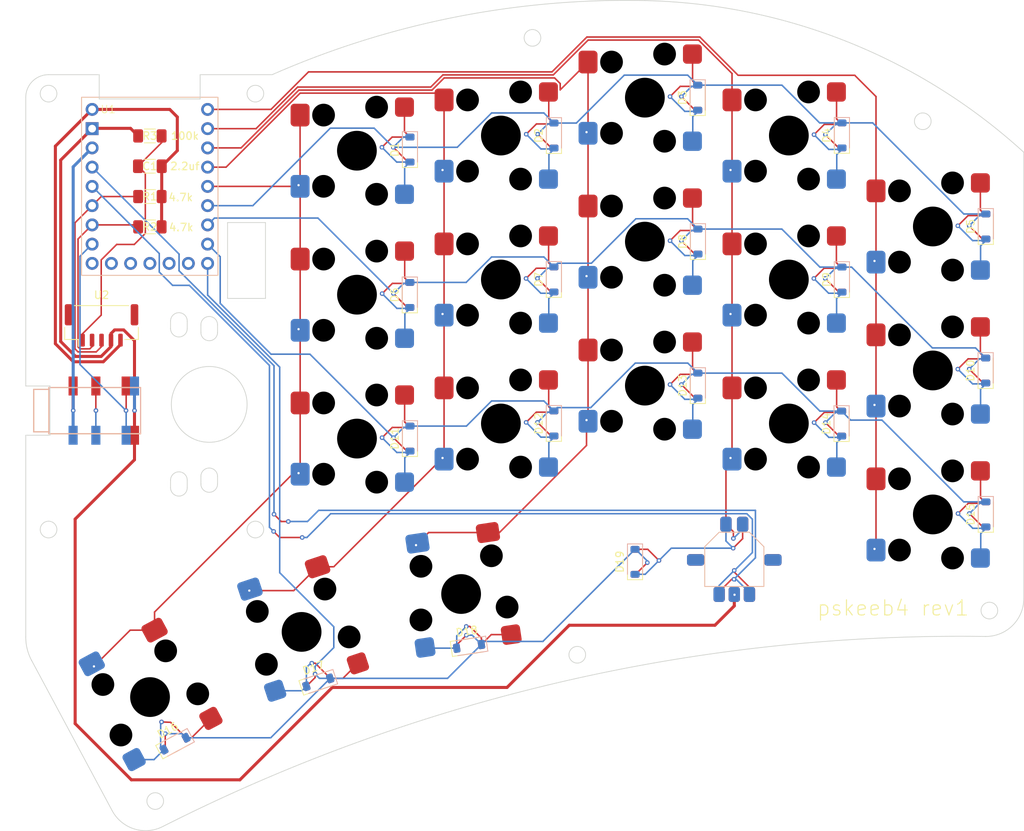
<source format=kicad_pcb>
(kicad_pcb (version 20240108) (generator "pcbnew") (generator_version "8.0")
  (layers (0 "F.Cu" signal) (31 "B.Cu" signal) (34 "B.Paste" user) (35 "F.Paste" user) (36 "B.SilkS" user "B.Silkscreen") (37 "F.SilkS" user "F.Silkscreen") (38 "B.Mask" user) (39 "F.Mask" user) (44 "Edge.Cuts" user))
  (net 0 "")
  (net 1 "Net-(U2-RST)")
  (net 2 "+5V")
  (net 3 "row1")
  (net 4 "Net-(D1-A)")
  (net 5 "Net-(D2-A)")
  (net 6 "Net-(D3-A)")
  (net 7 "Net-(D4-A)")
  (net 8 "Net-(D5-A)")
  (net 9 "row2")
  (net 10 "Net-(D6-A)")
  (net 11 "Net-(D7-A)")
  (net 12 "Net-(D8-A)")
  (net 13 "Net-(D9-A)")
  (net 14 "Net-(D10-A)")
  (net 15 "row3")
  (net 16 "Net-(D11-A)")
  (net 17 "Net-(D12-A)")
  (net 18 "Net-(D13-A)")
  (net 19 "Net-(D14-A)")
  (net 20 "Net-(D15-A)")
  (net 21 "row4")
  (net 22 "Net-(D16-A)")
  (net 23 "Net-(D17-A)")
  (net 24 "Net-(D18-A)")
  (net 25 "Net-(D19-A)")
  (net 26 "col1")
  (net 27 "col2")
  (net 28 "col3")
  (net 29 "col4")
  (net 30 "col5")
  (net 31 "PS2_DAT")
  (net 32 "PS2_CLK")
  (net 33 "GND")
  (net 34 "+3V3")
  (net 39 "ENA")
  (net 42 "TX")
  (net 43 "ENB")
  (net 44 "unconnected-(U3-RING2-Pad2)_1")
  (footprint "kwkb-footprint:Gateron KS-27 Hotswap Reversible" (layer "F.Cu") (at 176.7 63.95)
    (property "Reference" "K8" (hide yes))
    (property "Value" "KEYSW" (hide yes))
  )
  (footprint "kwkb-footprint:TRRS-PJ-320D Reversible" (layer "F.Cu") (at 98.05 86.25 90)
    (property "Reference" "U3")
    (property "Value" "TRRS")
  )
  (footprint "kwkb-footprint:D_SOD-123 Reversible" (layer "F.Cu") (at 183.69 82.95 90)
    (property "Reference" "D13")
    (property "Value" "1N4148W")
  )
  (footprint "kwkb-footprint:Gateron KS-27 Hotswap Reversible" (layer "F.Cu") (at 152.45 110.45 -81.498)
    (property "Reference" "K18" (hide yes))
    (property "Value" "KEYSW" (hide yes))
  )
  (footprint "kwkb-footprint:Gateron KS-27 Hotswap Reversible" (layer "F.Cu") (at 138.7 51.95)
    (property "Reference" "K1" (hide yes))
    (property "Value" "KEYSW" (hide yes))
  )
  (footprint "kwkb-footprint:Gateron KS-27 Hotswap Reversible" (layer "F.Cu") (at 195.7 49.95)
    (property "Reference" "K4" (hide yes))
    (property "Value" "KEYSW" (hide yes))
  )
  (footprint "kwkb-footprint:Gateron KS-27 Hotswap Reversible" (layer "F.Cu") (at 111.4 124.05 -61.8)
    (property "Reference" "K16" (hide yes))
    (property "Value" "KEYSW" (hide yes))
  )
  (footprint "kwkb-footprint:D_SOD-123 Reversible" (layer "F.Cu") (at 183.7 63.94 90)
    (property "Reference" "D8")
    (property "Value" "1N4148W")
  )
  (footprint "kwkb-footprint:Gateron KS-27 Hotswap Reversible" (layer "F.Cu") (at 131.4 115.45 -71.696)
    (property "Reference" "K17" (hide yes))
    (property "Value" "KEYSW" (hide yes))
  )
  (footprint "kwkb-footprint:D_SOD-123 Reversible" (layer "F.Cu") (at 145.68 70.98 90)
    (property "Reference" "D6")
    (property "Value" "1N4148W")
  )
  (footprint "kwkb-footprint:Gateron KS-27 Hotswap Reversible" (layer "F.Cu") (at 195.7 68.95)
    (property "Reference" "K9" (hide yes))
    (property "Value" "KEYSW" (hide yes))
  )
  (footprint "Resistor_SMD:R_1206_3216Metric_Pad1.30x1.75mm_HandSolder" (layer "F.Cu") (at 111.38 50 180)
    (property "Reference" "R3")
    (property "Value" "100k")
  )
  (footprint "kwkb-footprint:Gateron KS-27 Hotswap Reversible" (layer "F.Cu") (at 214.7 80.95)
    (property "Reference" "K10" (hide yes))
    (property "Value" "KEYSW" (hide yes))
  )
  (footprint "kwkb-footprint:D_SOD-123 Reversible" (layer "F.Cu") (at 221.67 80.96 90)
    (property "Reference" "D10")
    (property "Value" "1N4148W")
  )
  (footprint "kwkb-footprint:D_SOD-123 Reversible" (layer "F.Cu") (at 164.7 49.95 90)
    (property "Reference" "D2")
    (property "Value" "1N4148W")
  )
  (footprint "kwkb-footprint:D_SOD-123 Reversible" (layer "F.Cu") (at 202.7 68.96 90)
    (property "Reference" "D9")
    (property "Value" "1N4148W")
  )
  (footprint "kwkb-footprint:Gateron KS-27 Hotswap Reversible" (layer "F.Cu") (at 176.7 44.95)
    (property "Reference" "K3" (hide yes))
    (property "Value" "KEYSW" (hide yes))
  )
  (footprint "kwkb-footprint:Gateron KS-27 Hotswap Reversible" (layer "F.Cu") (at 214.7 99.95)
    (property "Reference" "K15" (hide yes))
    (property "Value" "KEYSW" (hide yes))
  )
  (footprint "kwkb-footprint:D_SOD-123 Reversible" (layer "F.Cu") (at 202.7 49.93 90)
    (property "Reference" "D4")
    (property "Value" "1N4148W")
  )
  (footprint "kwkb-footprint:Gateron KS-27 Hotswap Reversible" (layer "F.Cu") (at 138.71 70.95)
    (property "Reference" "K6" (hide yes))
    (property "Value" "KEYSW" (hide yes))
  )
  (footprint "kwkb-footprint:Gateron KS-27 Hotswap Reversible" (layer "F.Cu") (at 157.7 68.95)
    (property "Reference" "K7" (hide yes))
    (property "Value" "KEYSW" (hide yes))
  )
  (footprint "kwkb-footprint:D_SOD-123 Reversible" (layer "F.Cu") (at 221.69 61.95 90)
    (property "Reference" "D5")
    (property "Value" "1N4148W")
  )
  (footprint "kwkb-footprint:E8H8 Rotary Encoder Reversible" (layer "F.Cu") (at 188.5 105.95)
    (property "Reference" "SW1" (hide yes))
    (property "Value" "RotaryEncoder_Switch")
  )
  (footprint "kwkb-footprint:D_SOD-123 Reversible" (layer "F.Cu") (at 175.4 106.2 90)
    (property "Reference" "D19")
    (property "Value" "1N4148W")
  )
  (footprint "Resistor_SMD:R_1206_3216Metric_Pad1.30x1.75mm_HandSolder" (layer "F.Cu") (at 111.38 58 180)
    (property "Reference" "R1")
    (property "Value" "4.7k")
  )
  (footprint "kwkb-footprint:Gateron KS-27 Hotswap Reversible" (layer "F.Cu") (at 176.7 82.95)
    (property "Reference" "K13" (hide yes))
    (property "Value" "KEYSW" (hide yes))
  )
  (footprint "kwkb-footprint:Gateron KS-27 Hotswap Reversible" (layer "F.Cu") (at 157.7 49.95)
    (property "Reference" "K2" (hide yes))
    (property "Value" "KEYSW" (hide yes))
  )
  (footprint "kwkb-footprint:D_SOD-123 Reversible" (layer "F.Cu") (at 145.7 89.94 90)
    (property "Reference" "D11")
    (property "Value" "1N4148W")
  )
  (footprint "kwkb-footprint:D_SOD-123 Reversible" (layer "F.Cu") (at 164.69 87.94 90)
    (property "Reference" "D12")
    (property "Value" "1N4148W")
  )
  (footprint "kwkb-footprint:D_SOD-123 Reversible" (layer "F.Cu") (at 221.69 99.94 90)
    (property "Reference" "D15")
    (property "Value" "1N4148W")
  )
  (footprint "kwkb-footprint:D_SOD-123 Reversible" (layer "F.Cu") (at 183.67 44.95 90)
    (property "Reference" "D3")
    (property "Value" "1N4148W")
  )
  (footprint "kwkb-footprint:Gateron KS-27 Hotswap Reversible" (layer "F.Cu") (at 157.7 87.95)
    (property "Reference" "K12" (hide yes))
    (property "Value" "KEYSW" (hide yes))
  )
  (footprint "kwkb-footprint:Gateron KS-27 Hotswap Reversible" (layer "F.Cu") (at 138.71 89.94)
    (property "Reference" "K11" (hide yes))
    (property "Value" "KEYSW" (hide yes))
  )
  (footprint "Connector_JST:JST_GH_BM05B-GHS-TBT_1x05-1MP_P1.25mm_Vertical" (layer "F.Cu") (at 105 75)
    (property "Reference" "U2")
    (property "Value" "ps2")
  )
  (footprint "kwkb-footprint:D_SOD-123 Reversible" (layer "F.Cu") (at 164.69 68.94 90)
    (property "Reference" "D7")
    (property "Value" "1N4148W")
  )
  (footprint "kwkb-footprint:D_SOD-123 Reversible" (layer "F.Cu") (at 133.6 122.1 18.304)
    (property "Reference" "D17")
    (property "Value" "1N4148W")
  )
  (footprint "kwkb-footprint:Gateron KS-27 Hotswap Reversible" (layer "F.Cu") (at 214.7 61.95)
    (property "Reference" "K5" (hide yes))
    (property "Value" "KEYSW" (hide yes))
  )
  (footprint "kwkb-footprint:D_SOD-123 Reversible" (layer "F.Cu") (at 145.7 51.8 90)
    (property "Reference" "D1")
    (property "Value" "1N4148W")
  )
  (footprint "Capacitor_SMD:C_1206_3216Metric_Pad1.33x1.80mm_HandSolder" (layer "F.Cu") (at 111.38 54 180)
    (property "Reference" "C1")
    (property "Value" "2.2uf")
  )
  (footprint "Resistor_SMD:R_1206_3216Metric_Pad1.30x1.75mm_HandSolder" (layer "F.Cu") (at 111.38 62 180)
    (property "Reference" "R2")
    (property "Value" "4.7k")
  )
  (footprint "kwkb-footprint:D_SOD-123 Reversible" (layer "F.Cu") (at 114.7 130.2 28.2)
    (property "Reference" "D16")
    (property "Value" "1N4148W")
  )
  (footprint "kwkb-footprint:D_SOD-123 Reversible" (layer "F.Cu") (at 202.66 87.96 90)
    (property "Reference" "D14")
    (property "Value" "1N4148W")
  )
  (footprint "kwkb-footprint:RP2024-Zero" (layer "F.Cu") (at 111.38 44.91)
    (property "Reference" "U1")
    (property "Value" "~")
  )
  (footprint "kwkb-footprint:Gateron KS-27 Hotswap Reversible" (layer "F.Cu") (at 195.7 87.95)
    (property "Reference" "K14" (hide yes))
    (property "Value" "KEYSW" (hide yes))
  )
  (footprint "kwkb-footprint:D_SOD-123 Reversible" (layer "F.Cu") (at 153.5 117.35 8.503)
    (property "Reference" "D18")
    (property "Value" "1N4148W")
  )
  (gr_line (start 104.695005 45.118845) (end 104.695005 41.918845) (stroke (width 0.1)) (layer "Edge.Cuts"))
  (gr_line (start 127.511112 41.918845) (end 118.015005 41.918845) (stroke (width 0.1)) (layer "Edge.Cuts"))
  (gr_arc (start 116.31001 96.4265) (mid 115.210013 97.526497) (end 114.11001 96.426501) (stroke (width 0.1)) (layer "Edge.Cuts"))
  (gr_line (start 118.110016 75.9265) (end 118.11001 75.9265) (stroke (width 0.1)) (layer "Edge.Cuts"))
  (gr_arc (start 116.31001 75.4265) (mid 115.210013 76.526501) (end 114.110016 75.4265) (stroke (width 0.1)) (layer "Edge.Cuts"))
  (gr_line (start 121.633556 61.437625) (end 126.633556 61.437625) (stroke (width 0.1)) (layer "Edge.Cuts"))
  (gr_line (start 114.11001 74.426501) (end 114.11001 75.4265) (stroke (width 0.1)) (layer "Edge.Cuts"))
  (gr_arc (start 176.70159 32.140113) (mid 203.518232 37.611366) (end 226.701552 52.157863) (stroke (width 0.1)) (layer "Edge.Cuts"))
  (gr_line (start 95 83) (end 95 44.91885) (stroke (width 0.1)) (layer "Edge.Cuts"))
  (gr_arc (start 127.511112 41.918845) (mid 151.571686 34.339924) (end 176.70159 32.140113) (stroke (width 0.1)) (layer "Edge.Cuts"))
  (gr_line (start 126.633556 71.437625) (end 121.633556 71.437625) (stroke (width 0.1)) (layer "Edge.Cuts"))
  (gr_line (start 120.31001 94.926501) (end 120.31001 95.9265) (stroke (width 0.1)) (layer "Edge.Cuts"))
  (gr_circle (center 98.008922 101.940866) (end 99.108922 101.940866) (stroke (width 0.1)) (fill none) (layer "Edge.Cuts"))
  (gr_line (start 114.11001 95.426501) (end 114.11001 96.426501) (stroke (width 0.1)) (layer "Edge.Cuts"))
  (gr_arc (start 120.31001 75.9265) (mid 119.210013 77.026501) (end 118.110016 75.9265) (stroke (width 0.1)) (layer "Edge.Cuts"))
  (gr_arc (start 114.11001 74.426501) (mid 115.21001 73.326501) (end 116.31001 74.426501) (stroke (width 0.1)) (layer "Edge.Cuts"))
  (gr_line (start 121.633556 71.437625) (end 121.633556 61.437625) (stroke (width 0.1)) (layer "Edge.Cuts"))
  (gr_line (start 118.11001 95.9265) (end 118.11001 94.926501) (stroke (width 0.1)) (layer "Edge.Cuts"))
  (gr_circle (center 119.21001 85.426501) (end 124.21001 85.426501) (stroke (width 0.1)) (fill none) (layer "Edge.Cuts"))
  (gr_line (start 118.11001 75.9265) (end 118.11001 74.926501) (stroke (width 0.1)) (layer "Edge.Cuts"))
  (gr_circle (center 125.302908 44.418845) (end 126.402908 44.418845) (stroke (width 0.1)) (fill none) (layer "Edge.Cuts"))
  (gr_line (start 116.31001 96.4265) (end 116.31001 95.426501) (stroke (width 0.1)) (layer "Edge.Cuts"))
  (gr_circle (center 98.008922 44.418845) (end 99.108922 44.418845) (stroke (width 0.1)) (fill none) (layer "Edge.Cuts"))
  (gr_circle (center 125.302908 101.940866) (end 126.402908 101.940866) (stroke (width 0.1)) (fill none) (layer "Edge.Cuts"))
  (gr_line (start 118.015005 41.918845) (end 118.015005 45.118845) (stroke (width 0.1)) (layer "Edge.Cuts"))
  (gr_circle (center 222.161907 112.632617) (end 223.261907 112.632617) (stroke (width 0.1)) (fill none) (layer "Edge.Cuts"))
  (gr_arc (start 113.06965 141.138228) (mid 109.309262 141.447365) (end 106.403457 139.040628) (stroke (width 0.1)) (layer "Edge.Cuts"))
  (gr_arc (start 95.771567 119.21246) (mid 95.194195 117.717773) (end 95 116.12726) (stroke (width 0.1)) (layer "Edge.Cuts"))
  (gr_circle (center 161.866951 37.058558) (end 162.966951 37.058558) (stroke (width 0.1)) (fill none) (layer "Edge.Cuts"))
  (gr_line (start 226.70151 111.050654) (end 226.701552 52.157863) (stroke (width 0.1)) (layer "Edge.Cuts"))
  (gr_arc (start 226.70151 111.050654) (mid 225.211431 114.611532) (end 221.629366 116.049996) (stroke (width 0.1)) (layer "Edge.Cuts"))
  (gr_line (start 114.110016 75.4265) (end 114.11001 75.4265) (stroke (width 0.1)) (layer "Edge.Cuts"))
  (gr_circle (center 112.086646 137.769207) (end 113.186646 137.769207) (stroke (width 0.1)) (fill none) (layer "Edge.Cuts"))
  (gr_arc (start 95 44.91885) (mid 95.878681 42.797528) (end 98.000003 41.918845) (stroke (width 0.1)) (layer "Edge.Cuts"))
  (gr_arc (start 113.06965 141.138228) (mid 165.827132 122.006616) (end 221.629366 116.049996) (stroke (width 0.1)) (layer "Edge.Cuts"))
  (gr_line (start 95 83) (end 98.2 83) (stroke (width 0.1)) (layer "Edge.Cuts"))
  (gr_circle (center 213.372315 48.066084) (end 214.472315 48.066084) (stroke (width 0.1)) (fill none) (layer "Edge.Cuts"))
  (gr_line (start 95.771567 119.21246) (end 106.403457 139.040628) (stroke (width 0.1)) (layer "Edge.Cuts"))
  (gr_line (start 116.31001 75.4265) (end 116.31001 74.426501) (stroke (width 0.1)) (layer "Edge.Cuts"))
  (gr_line (start 118.015005 45.118845) (end 104.695005 45.118845) (stroke (width 0.1)) (layer "Edge.Cuts"))
  (gr_line (start 95 116.12726) (end 95 89.5) (stroke (width 0.1)) (layer "Edge.Cuts"))
  (gr_line (start 98.2 83) (end 98.2 89.5) (stroke (width 0.1)) (layer "Edge.Cuts"))
  (gr_circle (center 167.781442 118.464963) (end 168.881442 118.464963) (stroke (width 0.1)) (fill none) (layer "Edge.Cuts"))
  (gr_line (start 120.31001 74.926501) (end 120.31001 75.9265) (stroke (width 0.1)) (layer "Edge.Cuts"))
  (gr_arc (start 114.11001 95.426501) (mid 115.21001 94.326501) (end 116.31001 95.426501) (stroke (width 0.1)) (layer "Edge.Cuts"))
  (gr_arc (start 120.31001 95.9265) (mid 119.210013 97.026501) (end 118.110016 95.9265) (stroke (width 0.1)) (layer "Edge.Cuts"))
  (gr_arc (start 118.11001 94.926501) (mid 119.21001 93.826501) (end 120.31001 94.926501) (stroke (width 0.1)) (layer "Edge.Cuts"))
  (gr_line (start 104.695005 41.918845) (end 98.000003 41.918845) (stroke (width 0.1)) (layer "Edge.Cuts"))
  (gr_arc (start 118.11001 74.926501) (mid 119.21001 73.826501) (end 120.31001 74.926501) (stroke (width 0.1)) (layer "Edge.Cuts"))
  (gr_line (start 118.110016 95.9265) (end 118.11001 95.9265) (stroke (width 0.1)) (layer "Edge.Cuts"))
  (gr_line (start 126.633556 61.437625) (end 126.633556 71.437625) (stroke (width 0.1)) (layer "Edge.Cuts"))
  (gr_line (start 98.2 89.5) (end 95 89.5) (stroke (width 0.1)) (layer "Edge.Cuts"))
  (gr_text "pskeeb4 rev1" (at 199.3 113.47 0) (layer "F.SilkS") (effects (font (size 2 2)) (justify left bottom)))
  (segment (start 107 64.32) (end 104.96 66.36) (width 0.2) (layer "F.Cu") (net 1))
  (segment (start 109.8175 54) (end 112.93 50.8875) (width 0.2) (layer "F.Cu") (net 1))
  (segment (start 110.78 62.859744) (end 109.319744 64.32) (width 0.2) (layer "F.Cu") (net 1))
  (segment (start 109.8175 54) (end 110.78 54.9625) (width 0.2) (layer "F.Cu") (net 1))
  (segment (start 109.319744 64.32) (end 107 64.32) (width 0.2) (layer "F.Cu") (net 1))
  (segment (start 102.5 76.100001) (end 102.5 76.95) (width 0.2) (layer "F.Cu") (net 1))
  (segment (start 110.78 54.9625) (end 110.78 62.859744) (width 0.2) (layer "F.Cu") (net 1))
  (segment (start 104.96 73.640001) (end 102.5 76.100001) (width 0.2) (layer "F.Cu") (net 1))
  (segment (start 104.96 66.36) (end 104.96 73.640001) (width 0.2) (layer "F.Cu") (net 1))
  (segment (start 112.93 50.8875) (end 112.93 50) (width 0.2) (layer "F.Cu") (net 1))
  (segment (start 112.9425 54) (end 112.9425 57.9875) (width 0.4) (layer "F.Cu") (net 2))
  (segment (start 112.93 58) (end 112.93 62) (width 0.4) (layer "F.Cu") (net 2))
  (segment (start 107.5 77.539949) (end 105.239949 79.8) (width 0.4) (layer "F.Cu") (net 2))
  (segment (start 101.29005 79.8) (end 98.91 77.41995) (width 0.4) (layer "F.Cu") (net 2))
  (segment (start 115 47.5) (end 115 51.9425) (width 0.4) (layer "F.Cu") (net 2))
  (segment (start 98.91 51.35) (end 103.76 46.5) (width 0.4) (layer "F.Cu") (net 2))
  (segment (start 114 46.5) (end 115 47.5) (width 0.4) (layer "F.Cu") (net 2))
  (segment (start 98.91 77.41995) (end 98.91 51.35) (width 0.4) (layer "F.Cu") (net 2))
  (segment (start 103.76 46.5) (end 114 46.5) (width 0.4) (layer "F.Cu") (net 2))
  (segment (start 105.239949 79.8) (end 101.29005 79.8) (width 0.4) (layer "F.Cu") (net 2))
  (segment (start 115 51.9425) (end 112.9425 54) (width 0.4) (layer "F.Cu") (net 2))
  (segment (start 112.9425 57.9875) (end 112.93 58) (width 0.4) (layer "F.Cu") (net 2))
  (segment (start 107.5 76.95) (end 107.5 77.539949) (width 0.4) (layer "F.Cu") (net 2))
  (segment (start 183.47 46.76) (end 183.72 46.76) (width 0.2) (layer "F.Cu") (net 3))
  (segment (start 143.5 51.5) (end 145.45 53.45) (width 0.2) (layer "F.Cu") (net 3))
  (segment (start 181.52 44.81) (end 183.47 46.76) (width 0.2) (layer "F.Cu") (net 3))
  (segment (start 221.45 63.81) (end 221.7 63.81) (width 0.2) (layer "F.Cu") (net 3))
  (segment (start 202.47 51.78) (end 202.72 51.78) (width 0.2) (layer "F.Cu") (net 3))
  (segment (start 162.54 49.77) (end 164.49 51.72) (width 0.2) (layer "F.Cu") (net 3))
  (segment (start 119.34 59.54) (end 119 59.2) (width 0.2) (layer "F.Cu") (net 3))
  (segment (start 219.5 61.86) (end 221.45 63.81) (width 0.2) (layer "F.Cu") (net 3))
  (segment (start 145.45 53.45) (end 145.7 53.45) (width 0.2) (layer "F.Cu") (net 3))
  (segment (start 164.49 51.72) (end 164.74 51.72) (width 0.2) (layer "F.Cu") (net 3))
  (segment (start 200.52 49.83) (end 202.47 51.78) (width 0.2) (layer "F.Cu") (net 3))
  (via (at 219.5 61.86) (size 0.6) (drill 0.3) (layers "F.Cu" "B.Cu") (net 3))
  (via (at 181.52 44.81) (size 0.6) (drill 0.3) (layers "F.Cu" "B.Cu") (net 3))
  (via (at 200.52 49.83) (size 0.6) (drill 0.3) (layers "F.Cu" "B.Cu") (net 3))
  (via (at 143.5 51.5) (size 0.6) (drill 0.3) (layers "F.Cu" "B.Cu") (net 3))
  (via (at 162.54 49.77) (size 0.6) (drill 0.3) (layers "F.Cu" "B.Cu") (net 3))
  (segment (start 167.661358 48.3) (end 173.986358 41.975) (width 0.2) (layer "B.Cu") (net 3))
  (segment (start 182.87 43.46) (end 181.52 44.81) (width 0.2) (layer "B.Cu") (net 3))
  (segment (start 199.763705 48.28) (end 202.7 48.28) (width 0.2) (layer "B.Cu") (net 3))
  (segment (start 143.5 51.5) (end 151.942715 51.5) (width 0.2) (layer "B.Cu") (net 3))
  (segment (start 173.986358 41.975) (end 182.345 41.975) (width 0.2) (layer "B.Cu") (net 3))
  (segment (start 220.85 60.51) (end 219.5 61.86) (width 0.2) (layer "B.Cu") (net 3))
  (segment (start 202.7 48.28) (end 206.763705 48.28) (width 0.2) (layer "B.Cu") (net 3))
  (segment (start 135.191295 48.975) (end 124.966295 59.2) (width 0.2) (layer "B.Cu") (net 3))
  (segment (start 144.85 50.15) (end 143.5 51.5) (width 0.2) (layer "B.Cu") (net 3))
  (segment (start 124.966295 59.2) (end 119 59.2) (width 0.2) (layer "B.Cu") (net 3))
  (segment (start 221.7 60.51) (end 220.85 60.51) (width 0.2) (layer "B.Cu") (net 3))
  (segment (start 156.472715 46.97) (end 163.37 46.97) (width 0.2) (layer "B.Cu") (net 3))
  (segment (start 182.345 41.975) (end 183.67 43.3) (width 0.2) (layer "B.Cu") (net 3))
  (segment (start 164.74 48.42) (end 163.89 48.42) (width 0.2) (layer "B.Cu") (net 3))
  (segment (start 201.87 48.48) (end 200.52 49.83) (width 0.2) (layer "B.Cu") (net 3))
  (segment (start 194.783705 43.3) (end 199.763705 48.28) (width 0.2) (layer "B.Cu") (net 3))
  (segment (start 163.37 46.97) (end 164.7 48.3) (width 0.2) (layer "B.Cu") (net 3))
  (segment (start 206.763705 48.28) (end 218.783705 60.3) (width 0.2) (layer "B.Cu") (net 3))
  (segment (start 218.783705 60.3) (end 221.69 60.3) (width 0.2) (layer "B.Cu") (net 3))
  (segment (start 145.7 50.15) (end 144.85 50.15) (width 0.2) (layer "B.Cu") (net 3))
  (segment (start 140.975 48.975) (end 135.191295 48.975) (width 0.2) (layer "B.Cu") (net 3))
  (segment (start 183.67 43.3) (end 194.783705 43.3) (width 0.2) (layer "B.Cu") (net 3))
  (segment (start 183.72 43.46) (end 182.87 43.46) (width 0.2) (layer "B.Cu") (net 3))
  (segment (start 151.942715 51.5) (end 156.472715 46.97) (width 0.2) (layer "B.Cu") (net 3))
  (segment (start 202.72 48.48) (end 201.87 48.48) (width 0.2) (layer "B.Cu") (net 3))
  (segment (start 143.5 51.5) (end 140.975 48.975) (width 0.2) (layer "B.Cu") (net 3))
  (segment (start 164.7 48.3) (end 167.661358 48.3) (width 0.2) (layer "B.Cu") (net 3))
  (segment (start 163.89 48.42) (end 162.54 49.77) (width 0.2) (layer "B.Cu") (net 3))
  (segment (start 145.7 50.15) (end 143.35 50.15) (width 0.2) (layer "F.Cu") (net 4))
  (segment (start 144.975 46.2) (end 144.975 49.425) (width 0.2) (layer "F.Cu") (net 4))
  (segment (start 144.975 49.425) (end 145.7 50.15) (width 0.2) (layer "F.Cu") (net 4))
  (segment (start 143.35 50.15) (end 142 51.5) (width 0.2) (layer "F.Cu") (net 4))
  (via (at 142 51.5) (size 0.6) (drill 0.3) (layers "F.Cu" "B.Cu") (net 4))
  (segment (start 142 51.5) (end 143.95 53.45) (width 0.2) (layer "B.Cu") (net 4))
  (segment (start 143.95 53.45) (end 145.7 53.45) (width 0.2) (layer "B.Cu") (net 4))
  (segment (start 144.975 57.7) (end 145 57.675) (width 0.2) (layer "B.Cu") (net 4))
  (segment (start 145 54.15) (end 145.7 53.45) (width 0.2) (layer "B.Cu") (net 4))
  (segment (start 145 57.675) (end 145 54.15) (width 0.2) (layer "B.Cu") (net 4))
  (segment (start 164.015 47.695) (end 164.74 48.42) (width 0.2) (layer "F.Cu") (net 5))
  (segment (start 164.015 44.47) (end 164.015 47.695) (width 0.2) (layer "F.Cu") (net 5))
  (segment (start 164.74 48.42) (end 162.39 48.42) (width 0.2) (layer "F.Cu") (net 5))
  (segment (start 162.39 48.42) (end 161.04 49.77) (width 0.2) (layer "F.Cu") (net 5))
  (via (at 161.04 49.77) (size 0.6) (drill 0.3) (layers "F.Cu" "B.Cu") (net 5))
  (segment (start 164.04 55.945) (end 164.04 52.42) (width 0.2) (layer "B.Cu") (net 5))
  (segment (start 164.04 52.42) (end 164.74 51.72) (width 0.2) (layer "B.Cu") (net 5))
  (segment (start 161.04 49.77) (end 162.99 51.72) (width 0.2) (layer "B.Cu") (net 5))
  (segment (start 162.99 51.72) (end 164.74 51.72) (width 0.2) (layer "B.Cu") (net 5))
  (segment (start 164.015 55.97) (end 164.04 55.945) (width 0.2) (layer "B.Cu") (net 5))
  (segment (start 183.72 43.46) (end 181.37 43.46) (width 0.2) (layer "F.Cu") (net 6))
  (segment (start 182.995 42.735) (end 183.72 43.46) (width 0.2) (layer "F.Cu") (net 6))
  (segment (start 181.37 43.46) (end 180.02 44.81) (width 0.2) (layer "F.Cu") (net 6))
  (segment (start 182.995 39.51) (end 182.995 42.735) (width 0.2) (layer "F.Cu") (net 6))
  (via (at 180.02 44.81) (size 0.6) (drill 0.3) (layers "F.Cu" "B.Cu") (net 6))
  (segment (start 183.02 50.985) (end 183.02 47.46) (width 0.2) (layer "B.Cu") (net 6))
  (segment (start 182.995 51.01) (end 183.02 50.985) (width 0.2) (layer "B.Cu") (net 6))
  (segment (start 180.02 44.81) (end 181.97 46.76) (width 0.2) (layer "B.Cu") (net 6))
  (segment (start 181.97 46.76) (end 183.72 46.76) (width 0.2) (layer "B.Cu") (net 6))
  (segment (start 183.02 47.46) (end 183.72 46.76) (width 0.2) (layer "B.Cu") (net 6))
  (segment (start 202.72 48.48) (end 200.37 48.48) (width 0.2) (layer "F.Cu") (net 7))
  (segment (start 201.995 47.755) (end 202.72 48.48) (width 0.2) (layer "F.Cu") (net 7))
  (segment (start 201.995 44.53) (end 201.995 47.755) (width 0.2) (layer "F.Cu") (net 7))
  (segment (start 200.37 48.48) (end 199.02 49.83) (width 0.2) (layer "F.Cu") (net 7))
  (via (at 199.02 49.83) (size 0.6) (drill 0.3) (layers "F.Cu" "B.Cu") (net 7))
  (segment (start 201.995 56.03) (end 202.02 56.005) (width 0.2) (layer "B.Cu") (net 7))
  (segment (start 202.02 56.005) (end 202.02 52.48) (width 0.2) (layer "B.Cu") (net 7))
  (segment (start 202.02 52.48) (end 202.72 51.78) (width 0.2) (layer "B.Cu") (net 7))
  (segment (start 199.02 49.83) (end 200.97 51.78) (width 0.2) (layer "B.Cu") (net 7))
  (segment (start 200.97 51.78) (end 202.72 51.78) (width 0.2) (layer "B.Cu") (net 7))
  (segment (start 221.7 60.51) (end 219.35 60.51) (width 0.2) (layer "F.Cu") (net 8))
  (segment (start 220.975 59.785) (end 221.7 60.51) (width 0.2) (layer "F.Cu") (net 8))
  (segment (start 220.975 56.56) (end 220.975 59.785) (width 0.2) (layer "F.Cu") (net 8))
  (segment (start 219.35 60.51) (end 218 61.86) (width 0.2) (layer "F.Cu") (net 8))
  (via (at 218 61.86) (size 0.6) (drill 0.3) (layers "F.Cu" "B.Cu") (net 8))
  (segment (start 219.95 63.81) (end 221.7 63.81) (width 0.2) (layer "B.Cu") (net 8))
  (segment (start 218 61.86) (end 219.95 63.81) (width 0.2) (layer "B.Cu") (net 8))
  (segment (start 221 68.035) (end 221 64.51) (width 0.2) (layer "B.Cu") (net 8))
  (segment (start 220.975 68.06) (end 221 68.035) (width 0.2) (layer "B.Cu") (net 8))
  (segment (start 221 64.51) (end 221.7 63.81) (width 0.2) (layer "B.Cu") (net 8))
  (segment (start 219.5 80.77) (end 221.45 82.72) (width 0.2) (layer "F.Cu") (net 9))
  (segment (start 164.47 70.76) (end 164.72 70.76) (width 0.2) (layer "F.Cu") (net 9))
  (segment (start 183.47 65.78) (end 183.72 65.78) (width 0.2) (layer "F.Cu") (net 9))
  (segment (start 162.52 68.81) (end 164.47 70.76) (width 0.2) (layer "F.Cu") (net 9))
  (segment (start 143.53 70.81) (end 145.48 72.76) (width 0.2) (layer "F.Cu") (net 9))
  (segment (start 181.52 63.83) (end 183.47 65.78) (width 0.2) (layer "F.Cu") (net 9))
  (segment (start 200.5 68.81) (end 202.45 70.76) (width 0.2) (layer "F.Cu") (net 9))
  (segment (start 145.48 72.76) (end 145.73 72.76) (width 0.2) (layer "F.Cu") (net 9))
  (segment (start 221.45 82.72) (end 221.7 82.72) (width 0.2) (layer "F.Cu") (net 9))
  (segment (start 202.45 70.76) (end 202.7 70.76) (width 0.2) (layer "F.Cu") (net 9))
  (via (at 200.5 68.81) (size 0.6) (drill 0.3) (layers "F.Cu" "B.Cu") (net 9))
  (via (at 219.5 80.77) (size 0.6) (drill 0.3) (layers "F.Cu" "B.Cu") (net 9))
  (via (at 143.53 70.81) (size 0.6) (drill 0.3) (layers "F.Cu" "B.Cu") (net 9))
  (via (at 181.52 63.83) (size 0.6) (drill 0.3) (layers "F.Cu" "B.Cu") (net 9))
  (via (at 162.52 68.81) (size 0.6) (drill 0.3) (layers "F.Cu" "B.Cu") (net 9))
  (segment (start 221.7 79.42) (end 220.85 79.42) (width 0.2) (layer "B.Cu") (net 9))
  (segment (start 199.793705 67.31) (end 202.7 67.31) (width 0.2) (layer "B.Cu") (net 9))
  (segment (start 203.976295 67.31) (end 214.641295 77.975) (width 0.2) (layer "B.Cu") (net 9))
  (segment (start 145.73 69.46) (end 144.88 69.46) (width 0.2) (layer "B.Cu") (net 9))
  (segment (start 175.512715 60.93) (end 182.34 60.93) (width 0.2) (layer "B.Cu") (net 9))
  (segment (start 214.641295 77.975) (end 220.335 77.975) (width 0.2) (layer "B.Cu") (net 9))
  (segment (start 182.34 60.93) (end 183.7 62.29) (width 0.2) (layer "B.Cu") (net 9))
  (segment (start 145.68 69.33) (end 153.112715 69.33) (width 0.2) (layer "B.Cu") (net 9))
  (segment (start 153.112715 69.33) (end 156.467715 65.975) (width 0.2) (layer "B.Cu") (net 9))
  (segment (start 163.87 67.46) (end 162.52 68.81) (width 0.2) (layer "B.Cu") (net 9))
  (segment (start 183.7 62.29) (end 194.773705 62.29) (width 0.2) (layer "B.Cu") (net 9))
  (segment (start 169.642715 66.8) (end 175.512715 60.93) (width 0.2) (layer "B.Cu") (net 9))
  (segment (start 183.72 62.48) (end 182.87 62.48) (width 0.2) (layer "B.Cu") (net 9))
  (segment (start 144.88 69.46) (end 143.53 70.81) (width 0.2) (layer "B.Cu") (net 9))
  (segment (start 220.335 77.975) (end 221.67 79.31) (width 0.2) (layer "B.Cu") (net 9))
  (segment (start 201.85 67.46) (end 200.5 68.81) (width 0.2) (layer "B.Cu") (net 9))
  (segment (start 182.87 62.48) (end 181.52 63.83) (width 0.2) (layer "B.Cu") (net 9))
  (segment (start 143.53 70.81) (end 133.557625 60.837625) (width 0.2) (layer "B.Cu") (net 9))
  (segment (start 194.773705 62.29) (end 199.793705 67.31) (width 0.2) (layer "B.Cu") (net 9))
  (segment (start 164.69 67.29) (end 165.18 66.8) (width 0.2) (layer "B.Cu") (net 9))
  (segment (start 119.902375 60.837625) (end 119 61.74) (width 0.2) (layer "B.Cu") (net 9))
  (segment (start 156.467715 65.975) (end 163.375 65.975) (width 0.2) (layer "B.Cu") (net 9))
  (segment (start 202.7 67.46) (end 201.85 67.46) (width 0.2) (layer "B.Cu") (net 9))
  (segment (start 133.557625 60.837625) (end 119.902375 60.837625) (width 0.2) (layer "B.Cu") (net 9))
  (segment (start 202.7 67.31) (end 203.976295 67.31) (width 0.2) (layer "B.Cu") (net 9))
  (segment (start 164.72 67.46) (end 163.87 67.46) (width 0.2) (layer "B.Cu") (net 9))
  (segment (start 220.85 79.42) (end 219.5 80.77) (width 0.2) (layer "B.Cu") (net 9))
  (segment (start 165.18 66.8) (end 169.642715 66.8) (width 0.2) (layer "B.Cu") (net 9))
  (segment (start 163.375 65.975) (end 164.69 67.29) (width 0.2) (layer "B.Cu") (net 9))
  (segment (start 145.005 65.51) (end 145.005 68.735) (width 0.2) (layer "F.Cu") (net 10))
  (segment (start 143.38 69.46) (end 142.03 70.81) (width 0.2) (layer "F.Cu") (net 10))
  (segment (start 145.005 68.735) (end 145.73 69.46) (width 0.2) (layer "F.Cu") (net 10))
  (segment (start 145.73 69.46) (end 143.38 69.46) (width 0.2) (layer "F.Cu") (net 10))
  (via (at 142.03 70.81) (size 0.6) (drill 0.3) (layers "F.Cu" "B.Cu") (net 10))
  (segment (start 142.03 70.81) (end 143.98 72.76) (width 0.2) (layer "B.Cu") (net 10))
  (segment (start 145.005 77.01) (end 145.03 76.985) (width 0.2) (layer "B.Cu") (net 10))
  (segment (start 145.03 73.46) (end 145.73 72.76) (width 0.2) (layer "B.Cu") (net 10))
  (segment (start 143.98 72.76) (end 145.73 72.76) (width 0.2) (layer "B.Cu") (net 10))
  (segment (start 145.03 76.985) (end 145.03 73.46) (width 0.2) (layer "B.Cu") (net 10))
  (segment (start 164.72 67.46) (end 162.37 67.46) (width 0.2) (layer "F.Cu") (net 11))
  (segment (start 162.37 67.46) (end 161.02 68.81) (width 0.2) (layer "F.Cu") (net 11))
  (segment (start 163.995 66.735) (end 164.72 67.46) (width 0.2) (layer "F.Cu") (net 11))
  (segment (start 163.995 63.51) (end 163.995 66.735) (width 0.2) (layer "F.Cu") (net 11))
  (via (at 161.02 68.81) (size 0.6) (drill 0.3) (layers "F.Cu" "B.Cu") (net 11))
  (segment (start 164.02 74.985) (end 164.02 71.46) (width 0.2) (layer "B.Cu") (net 11))
  (segment (start 163.995 75.01) (end 164.02 74.985) (width 0.2) (layer "B.Cu") (net 11))
  (segment (start 164.02 71.46) (end 164.72 70.76) (width 0.2) (layer "B.Cu") (net 11))
  (segment (start 162.97 70.76) (end 164.72 70.76) (width 0.2) (layer "B.Cu") (net 11))
  (segment (start 161.02 68.81) (end 162.97 70.76) (width 0.2) (layer "B.Cu") (net 11))
  (segment (start 183.72 62.48) (end 181.37 62.48) (width 0.2) (layer "F.Cu") (net 12))
  (segment (start 182.995 58.53) (end 182.995 61.755) (width 0.2) (layer "F.Cu") (net 12))
  (segment (start 181.37 62.48) (end 180.02 63.83) (width 0.2) (layer "F.Cu") (net 12))
  (segment (start 182.995 61.755) (end 183.72 62.48) (width 0.2) (layer "F.Cu") (net 12))
  (via (at 180.02 63.83) (size 0.6) (drill 0.3) (layers "F.Cu" "B.Cu") (net 12))
  (segment (start 180.02 63.83) (end 181.97 65.78) (width 0.2) (layer "B.Cu") (net 12))
  (segment (start 182.995 70.03) (end 183.02 70.005) (width 0.2) (layer "B.Cu") (net 12))
  (segment (start 181.97 65.78) (end 183.72 65.78) (width 0.2) (layer "B.Cu") (net 12))
  (segment (start 183.02 70.005) (end 183.02 66.48) (width 0.2) (layer "B.Cu") (net 12))
  (segment (start 183.02 66.48) (end 183.72 65.78) (width 0.2) (layer "B.Cu") (net 12))
  (segment (start 202.7 67.46) (end 200.35 67.46) (width 0.2) (layer "F.Cu") (net 13))
  (segment (start 200.35 67.46) (end 199 68.81) (width 0.2) (layer "F.Cu") (net 13))
  (segment (start 201.975 66.735) (end 202.7 67.46) (width 0.2) (layer "F.Cu") (net 13))
  (segment (start 201.975 63.51) (end 201.975 66.735) (width 0.2) (layer "F.Cu") (net 13))
  (via (at 199 68.81) (size 0.6) (drill 0.3) (layers "F.Cu" "B.Cu") (net 13))
  (segment (start 202 74.985) (end 202 71.46) (width 0.2) (layer "B.Cu") (net 13))
  (segment (start 200.95 70.76) (end 202.7 70.76) (width 0.2) (layer "B.Cu") (net 13))
  (segment (start 199 68.81) (end 200.95 70.76) (width 0.2) (layer "B.Cu") (net 13))
  (segment (start 202 71.46) (end 202.7 70.76) (width 0.2) (layer "B.Cu") (net 13))
  (segment (start 201.975 75.01) (end 202 74.985) (width 0.2) (layer "B.Cu") (net 13))
  (segment (start 221.7 79.42) (end 219.35 79.42) (width 0.2) (layer "F.Cu") (net 14))
  (segment (start 219.35 79.42) (end 218 80.77) (width 0.2) (layer "F.Cu") (net 14))
  (segment (start 220.975 78.695) (end 221.7 79.42) (width 0.2) (layer "F.Cu") (net 14))
  (segment (start 220.975 75.47) (end 220.975 78.695) (width 0.2) (layer "F.Cu") (net 14))
  (via (at 218 80.77) (size 0.6) (drill 0.3) (layers "F.Cu" "B.Cu") (net 14))
  (segment (start 221 83.42) (end 221.7 82.72) (width 0.2) (layer "B.Cu") (net 14))
  (segment (start 219.95 82.72) (end 221.7 82.72) (width 0.2) (layer "B.Cu") (net 14))
  (segment (start 221 86.945) (end 221 83.42) (width 0.2) (layer "B.Cu") (net 14))
  (segment (start 220.975 86.97) (end 221 86.945) (width 0.2) (layer "B.Cu") (net 14))
  (segment (start 218 80.77) (end 219.95 82.72) (width 0.2) (layer "B.Cu") (net 14))
  (segment (start 183.47 84.76) (end 183.72 84.76) (width 0.2) (layer "F.Cu") (net 15))
  (segment (start 200.53 87.83) (end 202.48 89.78) (width 0.2) (layer "F.Cu") (net 15))
  (segment (start 145.47 91.77) (end 145.72 91.77) (width 0.2) (layer "F.Cu") (net 15))
  (segment (start 164.48 89.75) (end 164.73 89.75) (width 0.2) (layer "F.Cu") (net 15))
  (segment (start 219.52 99.83) (end 221.47 101.78) (width 0.2) (layer "F.Cu") (net 15))
  (segment (start 202.48 89.78) (end 202.73 89.78) (width 0.2) (layer "F.Cu") (net 15))
  (segment (start 162.53 87.8) (end 164.48 89.75) (width 0.2) (layer "F.Cu") (net 15))
  (segment (start 181.52 82.81) (end 183.47 84.76) (width 0.2) (layer "F.Cu") (net 15))
  (segment (start 221.47 101.78) (end 221.72 101.78) (width 0.2) (layer "F.Cu") (net 15))
  (segment (start 143.52 89.82) (end 145.47 91.77) (width 0.2) (layer "F.Cu") (net 15))
  (via (at 143.52 89.82) (size 0.6) (drill 0.3) (layers "F.Cu" "B.Cu") (net 15))
  (via (at 200.53 87.83) (size 0.6) (drill 0.3) (layers "F.Cu" "B.Cu") (net 15))
  (via (at 181.52 82.81) (size 0.6) (drill 0.3) (layers "F.Cu" "B.Cu") (net 15))
  (via (at 162.53 87.8) (size 0.6) (drill 0.3) (layers "F.Cu" "B.Cu") (net 15))
  (via (at 219.52 99.83) (size 0.6) (drill 0.3) (layers "F.Cu" "B.Cu") (net 15))
  (segment (start 207.983705 87.5) (end 218.773705 98.29) (width 0.2) (layer "B.Cu") (net 15))
  (segment (start 183.72 81.46) (end 182.87 81.46) (width 0.2) (layer "B.Cu") (net 15))
  (segment (start 182.87 81.46) (end 181.52 82.81) (width 0.2) (layer "B.Cu") (net 15))
  (segment (start 120.66 72.092942) (end 120.66 65.94) (width 0.2) (layer "B.Cu") (net 15))
  (segment (start 156.467715 84.975) (end 163.375 84.975) (width 0.2) (layer "B.Cu") (net 15))
  (segment (start 220.87 98.48) (end 219.52 99.83) (width 0.2) (layer "B.Cu") (net 15))
  (segment (start 169.56 85.85) (end 175.435 79.975) (width 0.2) (layer "B.Cu") (net 15))
  (segment (start 164.73 86.45) (end 163.88 86.45) (width 0.2) (layer "B.Cu") (net 15))
  (segment (start 153.152715 88.29) (end 156.467715 84.975) (width 0.2) (layer "B.Cu") (net 15))
  (segment (start 202.73 86.48) (end 201.88 86.48) (width 0.2) (layer "B.Cu") (net 15))
  (segment (start 199.793705 86.31) (end 202.66 86.31) (width 0.2) (layer "B.Cu") (net 15))
  (segment (start 218.773705 98.29) (end 221.69 98.29) (width 0.2) (layer "B.Cu") (net 15))
  (segment (start 144.87 88.47) (end 143.52 89.82) (width 0.2) (layer "B.Cu") (net 15))
  (segment (start 194.783705 81.3) (end 199.793705 86.31) (width 0.2) (layer "B.Cu") (net 15))
  (segment (start 132.5 78.8) (end 127.367058 78.8) (width 0.2) (layer "B.Cu") (net 15))
  (segment (start 143.52 89.82) (end 132.5 78.8) (width 0.2) (layer "B.Cu") (net 15))
  (segment (start 202.66 86.31) (end 203.85 87.5) (width 0.2) (layer "B.Cu") (net 15))
  (segment (start 145.7 88.29) (end 153.152715 88.29) (width 0.2) (layer "B.Cu") (net 15))
  (segment (start 163.375 84.975) (end 164.69 86.29) (width 0.2) (layer "B.Cu") (net 15))
  (segment (start 201.88 86.48) (end 200.53 87.83) (width 0.2) (layer "B.Cu") (net 15))
  (segment (start 127.367058 78.8) (end 120.66 72.092942) (width 0.2) (layer "B.Cu") (net 15))
  (segment (start 175.435 79.975) (end 182.365 79.975) (width 0.2) (layer "B.Cu") (net 15))
  (segment (start 165.13 85.85) (end 169.56 85.85) (width 0.2) (layer "B.Cu") (net 15))
  (segment (start 163.88 86.45) (end 162.53 87.8) (width 0.2) (layer "B.Cu") (net 15))
  (segment (start 164.69 86.29) (end 165.13 85.85) (width 0.2) (layer "B.Cu") (net 15))
  (segment (start 221.72 98.48) (end 220.87 98.48) (width 0.2) (layer "B.Cu") (net 15))
  (segment (start 183.69 81.3) (end 194.783705 81.3) (width 0.2) (layer "B.Cu") (net 15))
  (segment (start 182.365 79.975) (end 183.69 81.3) (width 0.2) (layer "B.Cu") (net 15))
  (segment (start 120.66 65.94) (end 119 64.28) (width 0.2) (layer "B.Cu") (net 15))
  (segment (start 145.72 88.47) (end 144.87 88.47) (width 0.2) (layer "B.Cu") (net 15))
  (segment (start 203.85 87.5) (end 207.983705 87.5) (width 0.2) (layer "B.Cu") (net 15))
  (segment (start 144.995 87.745) (end 145.72 88.47) (width 0.2) (layer "F.Cu") (net 16))
  (segment (start 145.72 88.47) (end 143.37 88.47) (width 0.2) (layer "F.Cu") (net 16))
  (segment (start 144.995 84.52) (end 144.995 87.745) (width 0.2) (layer "F.Cu") (net 16))
  (segment (start 143.37 88.47) (end 142.02 89.82) (width 0.2) (layer "F.Cu") (net 16))
  (via (at 142.02 89.82) (size 0.6) (drill 0.3) (layers "F.Cu" "B.Cu") (net 16))
  (segment (start 142.02 89.82) (end 143.97 91.77) (width 0.2) (layer "B.Cu") (net 16))
  (segment (start 145.02 92.47) (end 145.72 91.77) (width 0.2) (layer "B.Cu") (net 16))
  (segment (start 143.97 91.77) (end 145.72 91.77) (width 0.2) (layer "B.Cu") (net 16))
  (segment (start 144.995 96.02) (end 145.02 95.995) (width 0.2) (layer "B.Cu") (net 16))
  (segment (start 145.02 95.995) (end 145.02 92.47) (width 0.2) (layer "B.Cu") (net 16))
  (segment (start 164.005 85.725) (end 164.73 86.45) (width 0.2) (layer "F.Cu") (net 17))
  (segment (start 162.38 86.45) (end 161.03 87.8) (width 0.2) (layer "F.Cu") (net 17))
  (segment (start 164.73 86.45) (end 162.38 86.45) (width 0.2) (layer "F.Cu") (net 17))
  (segment (start 164.005 82.5) (end 164.005 85.725) (width 0.2) (layer "F.Cu") (net 17))
  (via (at 161.03 87.8) (size 0.6) (drill 0.3) (layers "F.Cu" "B.Cu") (net 17))
  (segment (start 164.03 93.975) (end 164.03 90.45) (width 0.2) (layer "B.Cu") (net 17))
  (segment (start 161.03 87.8) (end 162.98 89.75) (width 0.2) (layer "B.Cu") (net 17))
  (segment (start 162.98 89.75) (end 164.73 89.75) (width 0.2) (layer "B.Cu") (net 17))
  (segment (start 164.005 94) (end 164.03 93.975) (width 0.2) (layer "B.Cu") (net 17))
  (segment (start 164.03 90.45) (end 164.73 89.75) (width 0.2) (layer "B.Cu") (net 17))
  (segment (start 182.995 80.735) (end 183.72 81.46) (width 0.2) (layer "F.Cu") (net 18))
  (segment (start 183.72 81.46) (end 181.37 81.46) (width 0.2) (layer "F.Cu") (net 18))
  (segment (start 181.37 81.46) (end 180.02 82.81) (width 0.2) (layer "F.Cu") (net 18))
  (segment (start 182.995 77.51) (end 182.995 80.735) (width 0.2) (layer "F.Cu") (net 18))
  (via (at 180.02 82.81) (size 0.6) (drill 0.3) (layers "F.Cu" "B.Cu") (net 18))
  (segment (start 183.02 88.985) (end 183.02 85.46) (width 0.2) (layer "B.Cu") (net 18))
  (segment (start 181.97 84.76) (end 183.72 84.76) (width 0.2) (layer "B.Cu") (net 18))
  (segment (start 183.02 85.46) (end 183.72 84.76) (width 0.2) (layer "B.Cu") (net 18))
  (segment (start 180.02 82.81) (end 181.97 84.76) (width 0.2) (layer "B.Cu") (net 18))
  (segment (start 182.995 89.01) (end 183.02 88.985) (width 0.2) (layer "B.Cu") (net 18))
  (segment (start 202.73 86.48) (end 200.38 86.48) (width 0.2) (layer "F.Cu") (net 19))
  (segment (start 202.005 82.53) (end 202.005 85.755) (width 0.2) (layer "F.Cu") (net 19))
  (segment (start 202.005 85.755) (end 202.73 86.48) (width 0.2) (layer "F.Cu") (net 19))
  (segment (start 200.38 86.48) (end 199.03 87.83) (width 0.2) (layer "F.Cu") (net 19))
  (via (at 199.03 87.83) (size 0.6) (drill 0.3) (layers "F.Cu" "B.Cu") (net 19))
  (segment (start 202.03 90.48) (end 202.73 89.78) (width 0.2) (layer "B.Cu") (net 19))
  (segment (start 202.005 94.03) (end 202.03 94.005) (width 0.2) (layer "B.Cu") (net 19))
  (segment (start 199.03 87.83) (end 200.98 89.78) (width 0.2) (layer "B.Cu") (net 19))
  (segment (start 202.03 94.005) (end 202.03 90.48) (width 0.2) (layer "B.Cu") (net 19))
  (segment (start 200.98 89.78) (end 202.73 89.78) (width 0.2) (layer "B.Cu") (net 19))
  (segment (start 219.37 98.48) (end 218.02 99.83) (width 0.2) (layer "F.Cu") (net 20))
  (segment (start 220.995 97.755) (end 221.72 98.48) (width 0.2) (layer "F.Cu") (net 20))
  (segment (start 220.995 94.53) (end 220.995 97.755) (width 0.2) (layer "F.Cu") (net 20))
  (segment (start 221.72 98.48) (end 219.37 98.48) (width 0.2) (layer "F.Cu") (net 20))
  (via (at 218.02 99.83) (size 0.6) (drill 0.3) (layers "F.Cu" "B.Cu") (net 20))
  (segment (start 218.02 99.83) (end 219.97 101.78) (width 0.2) (layer "B.Cu") (net 20))
  (segment (start 219.97 101.78) (end 221.72 101.78) (width 0.2) (layer "B.Cu") (net 20))
  (segment (start 221.02 102.48) (end 221.72 101.78) (width 0.2) (layer "B.Cu") (net 20))
  (segment (start 221.02 106.005) (end 221.02 102.48) (width 0.2) (layer "B.Cu") (net 20))
  (segment (start 220.995 106.03) (end 221.02 106.005) (width 0.2) (layer "B.Cu") (net 20))
  (segment (start 113.13 131.03) (end 113.41 130.75) (width 0.2) (layer "F.Cu") (net 21))
  (segment (start 153.15 115.88) (end 151.868137 117.161863) (width 0.2) (layer "F.Cu") (net 21))
  (segment (start 151.868137 117.161863) (end 151.868137 117.593971) (width 0.2) (layer "F.Cu") (net 21))
  (segment (start 113.180291 130.979709) (end 113.13 131.03) (width 0.2) (layer "F.Cu") (net 21))
  (segment (start 133.18 121.01) (end 133.18 121.48) (width 0.2) (layer "F.Cu") (net 21))
  (segment (start 175.46 107.85) (end 175.49 107.88) (width 0.2) (layer "F.Cu") (net 21))
  (segment (start 132.041803 122.618197) (end 132.033484 122.618197) (width 0.2) (layer "F.Cu") (net 21))
  (segment (start 113.41 128.88) (end 113.41 128.84) (width 0.2) (layer "F.Cu") (net 21))
  (segment (start 175.48 107.85) (end 177.02 106.31) (width 0.2) (layer "F.Cu") (net 21))
  (segment (start 113.41 130.75) (end 113.41 128.88) (width 0.2) (layer "F.Cu") (net 21))
  (segment (start 133.18 121.48) (end 132.041803 122.618197) (width 0.2) (layer "F.Cu") (net 21))
  (segment (start 175.4 107.85) (end 175.46 107.85) (width 0.2) (layer "F.Cu") (net 21))
  (segment (start 175.4 107.85) (end 175.48 107.85) (width 0.2) (layer "F.Cu") (net 21))
  (segment (start 113.245849 130.979709) (end 113.180291 130.979709) (width 0.2) (layer "F.Cu") (net 21))
  (via (at 133.18 121.01) (size 0.6) (drill 0.3) (layers "F.Cu" "B.Cu") (net 21))
  (via (at 177.02 106.31) (size 0.6) (drill 0.3) (layers "F.Cu" "B.Cu") (net 21))
  (via (at 113.41 128.88) (size 0.6) (drill 0.3) (layers "F.Cu" "B.Cu") (net 21))
  (via (at 153.15 115.88) (size 0.6) (drill 0.3) (layers "F.Cu" "B.Cu") (net 21))
  (segment (start 175.4 104.55) (end 175.48 104.55) (width 0.2) (layer "B.Cu") (net 21))
  (segment (start 128.51 80.508628) (end 119 70.998628) (width 0.2) (layer "B.Cu") (net 21))
  (segment (start 150.656089 121.581803) (end 155.131863 117.106029) (width 0.2) (layer "B.Cu") (net 21))
  (segment (start 155.527687 116.710205) (end 163.239795 116.710205) (width 0.2) (layer "B.Cu") (net 21))
  (segment (start 135.65 114.774221) (end 128.51 107.634221) (width 0.2) (layer "B.Cu") (net 21))
  (segment (start 135.166516 121.581803) (end 150.656089 121.581803) (width 0.2) (layer "B.Cu") (net 21))
  (segment (start 163.239795 116.710205) (end 175.4 104.55) (width 0.2) (layer "B.Cu") (net 21))
  (segment (start 116.154151 129.420291) (end 127.328028 129.420291) (width 0.2) (layer "B.Cu") (net 21))
  (segment (start 177.02 106.09) (end 177.02 106.31) (width 0.2) (layer "B.Cu") (net 21))
  (segment (start 133.751803 121.581803) (end 135.166516 121.581803) (width 0.2) (layer "B.Cu") (net 21))
  (segment (start 133.18 121.01) (end 133.18 119.99) (width 0.2) (layer "B.Cu") (net 21))
  (segment (start 113.41 128.88) (end 115.61386 128.88) (width 0.2) (layer "B.Cu") (net 21))
  (segment (start 119 70.998628) (end 119 66.82) (width 0.2) (layer "B.Cu") (net 21))
  (segment (start 153.905834 115.88) (end 155.131863 117.106029) (width 0.2) (layer "B.Cu") (net 21))
  (segment (start 135.65 117.52) (end 135.65 114.774221) (width 0.2) (layer "B.Cu") (net 21))
  (segment (start 155.131863 117.106029) (end 155.527687 116.710205) (width 0.2) (layer "B.Cu") (net 21))
  (segment (start 175.48 104.55) (end 177.02 106.09) (width 0.2) (layer "B.Cu") (net 21))
  (segment (start 133.18 121.01) (end 133.751803 121.581803) (width 0.2) (layer "B.Cu") (net 21))
  (segment (start 127.328028 129.420291) (end 135.166516 121.581803) (width 0.2) (layer "B.Cu") (net 21))
  (segment (start 153.15 115.88) (end 153.905834 115.88) (width 0.2) (layer "B.Cu") (net 21))
  (segment (start 128.51 107.634221) (end 128.51 80.508628) (width 0.2) (layer "B.Cu") (net 21))
  (segment (start 133.18 119.99) (end 135.65 117.52) (width 0.2) (layer "B.Cu") (net 21))
  (segment (start 115.61386 128.88) (end 116.154151 129.420291) (width 0.2) (layer "B.Cu") (net 21))
  (segment (start 116.154151 129.420291) (end 114.11386 127.38) (width 0.2) (layer "F.Cu") (net 22))
  (segment (start 116.875472 129.420291) (end 116.154151 129.420291) (width 0.2) (layer "F.Cu") (net 22))
  (segment (start 112.92 127.33) (end 112.95 127.38) (width 0.2) (layer "F.Cu") (net 22))
  (segment (start 119.432751 126.863012) (end 116.875472 129.420291) (width 0.2) (layer "F.Cu") (net 22))
  (segment (start 114.11386 127.38) (end 112.92 127.33) (width 0.2) (layer "F.Cu") (net 22))
  (via (at 112.92 127.33) (size 0.6) (drill 0.3) (layers "F.Cu" "B.Cu") (net 22))
  (segment (start 112.80267 127.44733) (end 112.92 127.33) (width 0.2) (layer "B.Cu") (net 22))
  (segment (start 113.245849 130.979709) (end 112.80267 130.53653) (width 0.2) (layer "B.Cu") (net 22))
  (segment (start 111.928212 132.297346) (end 113.245849 130.979709) (width 0.2) (layer "B.Cu") (net 22))
  (segment (start 112.80267 130.53653) (end 112.80267 127.44733) (width 0.2) (layer "B.Cu") (net 22))
  (segment (start 109.297761 132.297346) (end 111.928212 132.297346) (width 0.2) (layer "B.Cu") (net 22))
  (segment (start 132.745987 119.575714) (end 133.195714 119.575714) (width 0.2) (layer "F.Cu") (net 23))
  (segment (start 133.195714 119.575714) (end 135.166516 121.546516) (width 0.2) (layer "F.Cu") (net 23))
  (segment (start 135.166516 121.546516) (end 135.166516 121.581803) (width 0.2) (layer "F.Cu") (net 23))
  (segment (start 136.849656 121.581803) (end 135.166516 121.581803) (width 0.2) (layer "F.Cu") (net 23))
  (segment (start 138.829789 119.60167) (end 136.849656 121.581803) (width 0.2) (layer "F.Cu") (net 23))
  (via (at 132.745987 119.575714) (size 0.6) (drill 0.3) (layers "F.Cu" "B.Cu") (net 23))
  (segment (start 132.745987 119.575714) (end 132.614286 119.575714) (width 0.2) (layer "B.Cu") (net 23))
  (segment (start 127.911648 123.213345) (end 131.438336 123.213345) (width 0.2) (layer "B.Cu") (net 23))
  (segment (start 132.033484 120.156516) (end 132.033484 122.618197) (width 0.2) (layer "B.Cu") (net 23))
  (segment (start 132.614286 119.575714) (end 132.033484 120.156516) (width 0.2) (layer "B.Cu") (net 23))
  (segment (start 131.438336 123.213345) (end 132.033484 122.618197) (width 0.2) (layer "B.Cu") (net 23))
  (segment (start 155.131863 117.106029) (end 155.131863 116.261863) (width 0.2) (layer "F.Cu") (net 24))
  (segment (start 155.131863 116.261863) (end 153.6 114.73) (width 0.2) (layer "F.Cu") (net 24))
  (segment (start 153.6 114.73) (end 153.13 114.73) (width 0.2) (layer "F.Cu") (net 24))
  (segment (start 156.431952 115.80594) (end 155.131863 117.106029) (width 0.2) (layer "F.Cu") (net 24))
  (segment (start 159.064532 115.80594) (end 156.431952 115.80594) (width 0.2) (layer "F.Cu") (net 24))
  (via (at 153.13 114.73) (size 0.6) (drill 0.3) (layers "F.Cu" "B.Cu") (net 24))
  (segment (start 147.593971 117.593971) (end 151.868137 117.593971) (width 0.2) (layer "B.Cu") (net 24))
  (segment (start 151.868137 115.991863) (end 151.868137 117.593971) (width 0.2) (layer "B.Cu") (net 24))
  (segment (start 153.13 114.73) (end 151.868137 115.991863) (width 0.2) (layer "B.Cu") (net 24))
  (segment (start 147.5 117.5) (end 147.593971 117.593971) (width 0.2) (layer "B.Cu") (net 24))
  (segment (start 188.35 104.4) (end 189.6 103.15) (width 0.2) (layer "F.Cu") (net 25))
  (segment (start 177.08 104.55) (end 178.56 106.03) (width 0.2) (layer "F.Cu") (net 25))
  (segment (start 188.43 98.74) (end 188.35 98.82) (width 0) (layer "F.Cu") (net 25))
  (segment (start 175.4 104.55) (end 177.08 104.55) (width 0.2) (layer "F.Cu") (net 25))
  (segment (start 188.35 98.82) (end 188.35 101.25) (width 0) (layer "F.Cu") (net 25))
  (segment (start 189.6 103.15) (end 189.6 101.25) (width 0.2) (layer "F.Cu") (net 25))
  (via (at 188.35 104.4) (size 0.6) (drill 0.3) (layers "F.Cu" "B.Cu") (net 25))
  (via (at 178.56 106.03) (size 0.6) (drill 0.3) (layers "F.Cu" "B.Cu") (net 25))
  (segment (start 187.4 101.25) (end 187.4 101.04) (width 0.2) (layer "B.Cu") (net 25))
  (segment (start 175.4 107.85) (end 176.74 107.85) (width 0.2) (layer "B.Cu") (net 25))
  (segment (start 176.74 107.85) (end 178.56 106.03) (width 0.2) (layer "B.Cu") (net 25))
  (segment (start 178.56 106.03) (end 180.19 104.4) (width 0.2) (layer "B.Cu") (net 25))
  (segment (start 180.19 104.4) (end 188.35 104.4) (width 0.2) (layer "B.Cu") (net 25))
  (segment (start 187.4 103.45) (end 187.4 101.04) (width 0.2) (layer "B.Cu") (net 25))
  (segment (start 187.4 101.04) (end 187.46 100.98) (width 0.2) (layer "B.Cu") (net 25))
  (segment (start 188.35 104.4) (end 187.4 103.45) (width 0.2) (layer "B.Cu") (net 25))
  (segment (start 131 56.5) (end 130.84 56.66) (width 0.2) (layer "F.Cu") (net 26))
  (segment (start 111.997995 115.219236) (end 108.780764 115.219236) (width 0.2) (layer "F.Cu") (net 26))
  (segment (start 131.21 56.71) (end 131.21 66.25) (width 0.2) (layer "F.Cu") (net 26))
  (segment (start 131 75.5) (end 131 75.55) (width 0.2) (layer "F.Cu") (net 26))
  (segment (start 131 56.5) (end 131.21 56.71) (width 0.2) (layer "F.Cu") (net 26))
  (segment (start 131.2 56.3) (end 131 56.5) (width 0.2) (layer "F.Cu") (net 26))
  (segment (start 131.21 85.24) (end 131.21 94.29) (width 0.2) (layer "F.Cu") (net 26))
  (segment (start 131 94.5) (end 130.325796 94.5) (width 0.2) (layer "F.Cu") (net 26))
  (segment (start 131.21 94.29) (end 131 94.5) (width 0.2) (layer "F.Cu") (net 26))
  (segment (start 111.997995 112.827801) (end 111.997995 115.219236) (width 0.2) (layer "F.Cu") (net 26))
  (segment (start 130.325796 94.5) (end 111.997995 112.827801) (width 0.2) (layer "F.Cu") (net 26))
  (segment (start 131 75.55) (end 131.21 75.76) (width 0.2) (layer "F.Cu") (net 26))
  (segment (start 131.2 47.25) (end 131.2 56.3) (width 0.2) (layer "F.Cu") (net 26))
  (segment (start 130.84 56.66) (end 119 56.66) (width 0.2) (layer "F.Cu") (net 26))
  (segment (start 131.21 66.25) (end 131.21 75.29) (width 0.2) (layer "F.Cu") (net 26))
  (segment (start 131.21 75.29) (end 131 75.5) (width 0.2) (layer "F.Cu") (net 26))
  (segment (start 108.780764 115.219236) (end 104 120) (width 0.2) (layer "F.Cu") (net 26))
  (segment (start 131.21 75.76) (end 131.21 85.24) (width 0.2) (layer "F.Cu") (net 26))
  (via (at 104 120) (size 0.6) (drill 0.3) (layers "F.Cu" "B.Cu") (net 26))
  (via (at 131 75.5) (size 0.6) (drill 0.3) (layers "F.Cu" "B.Cu") (net 26))
  (via (at 131 56.5) (size 0.6) (drill 0.3) (layers "F.Cu" "B.Cu") (net 26))
  (via (at 131 94.5) (size 0.6) (drill 0.3) (layers "F.Cu" "B.Cu") (net 26))
  (segment (start 150.2 54.3) (end 150 54.5) (width 0.2) (layer "F.Cu") (net 27))
  (segment (start 131.21 44.35) (end 121.44 54.12) (width 0.2) (layer "F.Cu") (net 27))
  (segment (start 150.2 83.25) (end 150.2 92.3) (width 0.2) (layer "F.Cu") (net 27))
  (segment (start 150 92.5) (end 135.646603 106.853397) (width 0.2) (layer "F.Cu") (net 27))
  (segment (start 150.2 92.3) (end 150 92.5) (width 0.2) (layer "F.Cu") (net 27))
  (segment (start 135.646603 106.853397) (end 133.506756 106.853397) (width 0.2) (layer "F.Cu") (net 27))
  (segment (start 150.2 73.78) (end 150.2 83.25) (width 0.2) (layer "F.Cu") (net 27))
  (segment (start 150.2 54.7) (end 150.2 64.25) (width 0.2) (layer "F.Cu") (net 27))
  (segment (start 150 73.58) (end 150.2 73.78) (width 0.2) (layer "F.Cu") (net 27))
  (segment (start 150 73.5) (end 150 73.58) (width 0.2) (layer "F.Cu") (net 27))
  (segment (start 150.2 73.3) (end 150 73.5) (width 0.2) (layer "F.Cu") (net 27))
  (segment (start 121.44 54.12) (end 119 54.12) (width 0.2) (layer "F.Cu") (net 27))
  (segment (start 150.2 45.25) (end 150.2 54.3) (width 0.2) (layer "F.Cu") (net 27))
  (segment (start 150.2 45.25) (end 149.3 44.35) (width 0.2) (layer "F.Cu") (net 27))
  (segment (start 150.2 64.25) (end 150.2 73.3) (width 0.2) (layer "F.Cu") (net 27))
  (segment (start 130.360153 110) (end 133.506756 106.853397) (width 0.2) (layer "F.Cu") (net 27))
  (segment (start 124.5 110) (end 130.360153 110) (width 0.2) (layer "F.Cu") (net 27))
  (segment (start 149.3 44.35) (end 131.21 44.35) (width 0.2) (layer "F.Cu") (net 27))
  (segment (start 150 54.5) (end 150.2 54.7) (width 0.2) (layer "F.Cu") (net 27))
  (via (at 150 92.5) (size 0.6) (drill 0.3) (layers "F.Cu" "B.Cu") (net 27))
  (via (at 150 73.5) (size 0.6) (drill 0.3) (layers "F.Cu" "B.Cu") (net 27))
  (via (at 124.5 110) (size 0.6) (drill 0.3) (layers "F.Cu" "B.Cu") (net 27))
  (via (at 150 54.5) (size 0.6) (drill 0.3) (layers "F.Cu" "B.Cu") (net 27))
  (segment (start 146.5 104) (end 148.162447 102.337553) (width 0.2) (layer "F.Cu") (net 28))
  (segment (start 169 68.35) (end 169.2 68.15) (width 0.2) (layer "F.Cu") (net 28))
  (segment (start 169 49.5) (end 169.2 49.3) (width 0.2) (layer "F.Cu") (net 28))
  (segment (start 169.2 40.25) (end 165.525 43.925) (width 0.2) (layer "F.Cu") (net 28))
  (segment (start 169.2 68.15) (end 169.2 59.25) (width 0.2) (layer "F.Cu") (net 28))
  (segment (start 169.2 49.7) (end 169 49.5) (width 0.2) (layer "F.Cu") (net 28))
  (segment (start 169.2 78.25) (end 169.2 68.7) (width 0.2) (layer "F.Cu") (net 28))
  (segment (start 131.044314 43.95) (end 123.414314 51.58) (width 0.2) (layer "F.Cu") (net 28))
  (segment (start 169.2 87.3) (end 169.2 78.25) (width 0.2) (layer "F.Cu") (net 28))
  (segment (start 155.989521 102.337553) (end 157.506188 102.337553) (width 0.2) (layer "F.Cu") (net 28))
  (segment (start 150.211358 42.35) (end 148.611358 43.95) (width 0.2) (layer "F.Cu") (net 28))
  (segment (start 157.506188 102.337553) (end 169 90.843741) (width 0.2) (layer "F.Cu") (net 28))
  (segment (start 169 90.843741) (end 169 87.5) (width 0.2) (layer "F.Cu") (net 28))
  (segment (start 169 87.5) (end 169.2 87.3) (width 0.2) (layer "F.Cu") (net 28))
  (segment (start 123.414314 51.58) (end 119 51.58) (width 0.2) (layer "F.Cu") (net 28))
  (segment (start 169.2 59.25) (end 169.2 49.7) (width 0.2) (layer "F.Cu") (net 28))
  (segment (start 169.2 49.3) (end 169.2 40.25) (width 0.2) (layer "F.Cu") (net 28))
  (segment (start 165.525 43.086358) (end 164.788642 42.35) (width 0.2) (layer "F.Cu") (net 28))
  (segment (start 169.2 68.7) (end 169 68.5) (width 0.2) (layer "F.Cu") (net 28))
  (segment (start 169 68.5) (end 169 68.35) (width 0.2) (layer "F.Cu") (net 28))
  (segment (start 148.611358 43.95) (end 131.044314 43.95) (width 0.2) (layer "F.Cu") (net 28))
  (segment (start 148.162447 102.337553) (end 155.989521 102.337553) (width 0.2) (layer "F.Cu") (net 28))
  (segment (start 165.525 43.925) (end 165.525 43.086358) (width 0.2) (layer "F.Cu") (net 28))
  (segment (start 164.788642 42.35) (end 150.211358 42.35) (width 0.2) (layer "F.Cu") (net 28))
  (via (at 146.5 104) (size 0.6) (drill 0.3) (layers "F.Cu" "B.Cu") (net 28))
  (via (at 169 68.5) (size 0.6) (drill 0.3) (layers "F.Cu" "B.Cu") (net 28))
  (via (at 169 49.5) (size 0.6) (drill 0.3) (layers "F.Cu" "B.Cu") (net 28))
  (via (at 169 87.5) (size 0.6) (drill 0.3) (layers "F.Cu" "B.Cu") (net 28))
  (segment (start 188.2 45.25) (end 188.2 54.3) (width 0.2) (layer "F.Cu") (net 29))
  (segment (start 164.611358 41.95) (end 150.045672 41.95) (width 0.2) (layer "F.Cu") (net 29))
  (segment (start 188 92.5) (end 187.4 93.1) (width 0.2) (layer "F.Cu") (net 29))
  (segment (start 188.2 64.25) (end 188.2 73.3) (width 0.2) (layer "F.Cu") (net 29))
  (segment (start 169.211358 37.35) (end 164.611358 41.95) (width 0.2) (layer "F.Cu") (net 29))
  (segment (start 183.788642 37.35) (end 169.211358 37.35) (width 0.2) (layer "F.Cu") (net 29))
  (segment (start 188.2 41.761358) (end 183.788642 37.35) (width 0.2) (layer "F.Cu") (net 29))
  (segment (start 188.2 54.7) (end 188.2 64.25) (width 0.2) (layer "F.Cu") (net 29))
  (segment (start 188 54.5) (end 188.2 54.7) (width 0.2) (layer "F.Cu") (net 29))
  (segment (start 125.388628 49.04) (end 119 49.04) (width 0.2) (layer "F.Cu") (net 29))
  (segment (start 187.4 93.1) (end 187.4 101.25) (width 0.2) (layer "F.Cu") (net 29))
  (segment (start 188.2 83.25) (end 188.2 92.3) (width 0.2) (layer "F.Cu") (net 29))
  (segment (start 188.38 102.23) (end 187.4 101.25) (width 0.2) (layer "F.Cu") (net 29))
  (segment (start 188.2 92.3) (end 188 92.5) (width 0.2) (layer "F.Cu") (net 29))
  (segment (start 188.38 103.12) (end 188.38 102.23) (width 0.2) (layer "F.Cu") (net 29))
  (segment (start 188.2 73.3) (end 188 73.5) (width 0.2) (layer "F.Cu") (net 29))
  (segment (start 148.445672 43.55) (end 130.878628 43.55) (width 0.2) (layer "F.Cu") (net 29))
  (segment (start 150.045672 41.95) (end 148.445672 43.55) (width 0.2) (layer "F.Cu") (net 29))
  (segment (start 188.2 45.25) (end 188.2 41.761358) (width 0.2) (layer "F.Cu") (net 29))
  (segment (start 130.878628 43.55) (end 125.388628 49.04) (width 0.2) (layer "F.Cu") (net 29))
  (segment (start 188.2 54.3) (end 188 54.5) (width 0.2) (layer "F.Cu") (net 29))
  (segment (start 188.2 73.7) (end 188.2 83.25) (width 0.2) (layer "F.Cu") (net 29))
  (segment (start 188 73.5) (end 188.2 73.7) (width 0.2) (layer "F.Cu") (net 29))
  (via (at 188 54.5) (size 0.6) (drill 0.3) (layers "F.Cu" "B.Cu") (net 29))
  (via (at 188.38 103.12) (size 0.6) (drill 0.3) (layers "F.Cu" "B.Cu") (net 29))
  (via (at 188 73.5) (size 0.6) (drill 0.3) (layers "F.Cu" "B.Cu") (net 29))
  (via (at 188 92.5) (size 0.6) (drill 0.3) (layers "F.Cu" "B.Cu") (net 29))
  (segment (start 189.6 101.9) (end 189.6 101.25) (width 0.2) (layer "B.Cu") (net 29))
  (segment (start 188.38 103.12) (end 189.6 101.9) (width 0.2) (layer "B.Cu") (net 29))
  (segment (start 204.395265 42) (end 189.004328 42) (width 0.2) (layer "F.Cu") (net 30))
  (segment (start 207.2 76.25) (end 207.2 85.3) (width 0.2) (layer "F.Cu") (net 30))
  (segment (start 207.2 57.25) (end 207.2 66.3) (width 0.2) (layer "F.Cu") (net 30))
  (segment (start 207.2 85.3) (end 207 85.5) (width 0.2) (layer "F.Cu") (net 30))
  (segment (start 207.2 66.3) (end 207 66.5) (width 0.2) (layer "F.Cu") (net 30))
  (segment (start 168.811358 37.184315) (end 164.445672 41.55) (width 0.2) (layer "F.Cu") (net 30))
  (segment (start 127.362942 46.5) (end 119 46.5) (width 0.2) (layer "F.Cu") (net 30))
  (segment (start 164.445672 41.55) (end 132.312942 41.55) (width 0.2) (layer "F.Cu") (net 30))
  (segment (start 207 85.5) (end 207 86) (width 0.2) (layer "F.Cu") (net 30))
  (segment (start 207.2 86.2) (end 207.2 95.25) (width 0.2) (layer "F.Cu") (net 30))
  (segment (start 207.2 66.7) (end 207 66.5) (width 0.2) (layer "F.Cu") (net 30))
  (segment (start 207.2 44.804735) (end 204.395265 42) (width 0.2) (layer "F.Cu") (net 30))
  (segment (start 189.004328 42) (end 183.954328 36.95) (width 0.2) (layer "F.Cu") (net 30))
  (segment (start 207.2 76.25) (end 207.2 66.7) (width 0.2) (layer "F.Cu") (net 30))
  (segment (start 183.954328 36.95) (end 169.045672 36.95) (width 0.2) (layer "F.Cu") (net 30))
  (segment (start 169.045672 36.95) (end 168.811358 37.184315) (width 0.2) (layer "F.Cu") (net 30))
  (segment (start 207.2 104.3) (end 207 104.5) (width 0.2) (layer "F.Cu") (net 30))
  (segment (start 207 86) (end 207.2 86.2) (width 0.2) (layer "F.Cu") (net 30))
  (segment (start 132.312942 41.55) (end 127.362942 46.5) (width 0.2) (layer "F.Cu") (net 30))
  (segment (start 207.2 57.25) (end 207.2 44.804735) (width 0.2) (layer "F.Cu") (net 30))
  (segment (start 207.2 95.25) (end 207.2 104.3) (width 0.2) (layer "F.Cu") (net 30))
  (via (at 207 85.5) (size 0.6) (drill 0.3) (layers "F.Cu" "B.Cu") (net 30))
  (via (at 207 104.5) (size 0.6) (drill 0.3) (layers "F.Cu" "B.Cu") (net 30))
  (via (at 207 66.5) (size 0.6) (drill 0.3) (layers "F.Cu" "B.Cu") (net 30))
  (segment (start 101.9 63.6) (end 103.76 61.74) (width 0.2) (layer "F.Cu") (net 31))
  (segment (start 102.159448 78.1) (end 101.9 77.840552) (width 0.2) (layer "F.Cu") (net 31))
  (segment (start 103.76 61.74) (end 109.57 61.74) (width 0.2) (layer "F.Cu") (net 31))
  (segment (start 103.449999 78.1) (end 102.159448 78.1) (width 0.2) (layer "F.Cu") (net 31))
  (segment (start 103.75 77.799999) (end 103.449999 78.1) (width 0.2) (layer "F.Cu") (net 31))
  (segment (start 101.9 77.840552) (end 101.9 63.6) (width 0.2) (layer "F.Cu") (net 31))
  (segment (start 103.75 76.95) (end 103.75 77.799999) (width 0.2) (layer "F.Cu") (net 31))
  (segment (start 109.57 61.74) (end 109.83 62) (width 0.2) (layer "F.Cu") (net 31))
  (segment (start 104.299999 78.5) (end 101.9 78.5) (width 0.2) (layer "F.Cu") (net 32))
  (segment (start 105 76.95) (end 105 77.799999) (width 0.2) (layer "F.Cu") (net 32))
  (segment (start 101.9 78.5) (end 101.5 78.1) (width 0.2) (layer "F.Cu") (net 32))
  (segment (start 109.83 58) (end 104.96 58) (width 0.2) (layer "F.Cu") (net 32))
  (segment (start 105 77.799999) (end 104.299999 78.5) (width 0.2) (layer "F.Cu") (net 32))
  (segment (start 101.5 78.1) (end 101.5 61.46) (width 0.2) (layer "F.Cu") (net 32))
  (segment (start 101.5 61.46) (end 103.76 59.2) (width 0.2) (layer "F.Cu") (net 32))
  (segment (start 104.96 58) (end 103.76 59.2) (width 0.2) (layer "F.Cu") (net 32))
  (segment (start 108.83 49) (end 109.83 50) (width 0.4) (layer "F.Cu") (net 33))
  (segment (start 99.61 77.13) (end 99.61 53.19) (width 0.4) (layer "F.Cu") (net 33))
  (segment (start 158.51 122.78) (end 135.45 122.78) (width 0.4) (layer "F.Cu") (net 33))
  (segment (start 103.76 49.04) (end 103.8 49) (width 0.4) (layer "F.Cu") (net 33))
  (segment (start 109.35 86.29) (end 109.35 86.39) (width 0.4) (layer "F.Cu") (net 33))
  (segment (start 166.72 114.57) (end 158.51 122.78) (width 0.4) (layer "F.Cu") (net 33))
  (segment (start 109.35 77.026606) (end 107.923394 75.6) (width 0.4) (layer "F.Cu") (net 33))
  (segment (start 101.52 127.55) (end 101.52 100.56) (width 0.4) (layer "F.Cu") (net 33))
  (segment (start 188.5 112.02) (end 185.95 114.57) (width 0.4) (layer "F.Cu") (net 33))
  (segment (start 103.8 49) (end 108.83 49) (width 0.4) (layer "F.Cu") (net 33))
  (segment (start 101.52 100.56) (end 109.35 92.73) (width 0.4) (layer "F.Cu") (net 33))
  (segment (start 109.35 89.5) (end 109.35 86.29) (width 0.4) (layer "F.Cu") (net 33))
  (segment (start 109.35 86.29) (end 109.35 77.026606) (width 0.4) (layer "F.Cu") (net 33))
  (segment (start 108.94 134.97) (end 101.52 127.55) (width 0.4) (layer "F.Cu") (net 33))
  (segment (start 188.5 110.5) (end 188.5 112.02) (width 0.4) (layer "F.Cu") (net 33))
  (segment (start 185.95 114.57) (end 166.72 114.57) (width 0.4) (layer "F.Cu") (net 33))
  (segment (start 106.25 76.95) (end 106.25 77.799999) (width 0.4) (layer "F.Cu") (net 33))
  (segment (start 123.26 134.97) (end 108.94 134.97) (width 0.4) (layer "F.Cu") (net 33))
  (segment (start 99.61 53.19) (end 103.76 49.04) (width 0.4) (layer "F.Cu") (net 33))
  (segment (start 106.25 76.08) (end 106.25 76.95) (width 0.4) (layer "F.Cu") (net 33))
  (segment (start 104.949999 79.1) (end 101.58 79.1) (width 0.4) (layer "F.Cu") (net 33))
  (segment (start 101.58 79.1) (end 99.61 77.13) (width 0.4) (layer "F.Cu") (net 33))
  (segment (start 107.923394 75.6) (end 106.73 75.6) (width 0.4) (layer "F.Cu") (net 33))
  (segment (start 106.73 75.6) (end 106.25 76.08) (width 0.4) (layer "F.Cu") (net 33))
  (segment (start 135.45 122.78) (end 123.26 134.97) (width 0.4) (layer "F.Cu") (net 33))
  (segment (start 106.25 77.799999) (end 104.949999 79.1) (width 0.4) (layer "F.Cu") (net 33))
  (segment (start 109.35 92.73) (end 109.35 89.5) (width 0.4) (layer "F.Cu") (net 33))
  (via (at 188.53 110.55) (size 0.6) (drill 0.3) (layers "F.Cu" "B.Cu") (net 33))
  (via (at 109.35 86.24) (size 0.6) (drill 0.3) (layers "F.Cu" "B.Cu") (net 33))
  (segment (start 109.35 83) (end 109.35 86.29) (width 0.4) (layer "B.Cu") (net 33))
  (segment (start 101.25 83) (end 101.25 86.21) (width 0.4) (layer "F.Cu") (net 34))
  (segment (start 101.26 86.24) (end 101.28 86.24) (width 0.4) (layer "F.Cu") (net 34))
  (segment (start 101.25 86.21) (end 101.26 86.22) (width 0.4) (layer "F.Cu") (net 34))
  (segment (start 101.28 86.24) (end 101.28 86.24) (width 0.4) (layer "F.Cu") (net 34))
  (segment (start 101.26 86.22) (end 101.26 86.24) (width 0.4) (layer "F.Cu") (net 34))
  (via (at 101.26 86.24) (size 0.6) (drill 0.3) (layers "F.Cu" "B.Cu") (net 34))
  (segment (start 101.26 54.08) (end 103.76 51.58) (width 0.4) (layer "B.Cu") (net 34))
  (segment (start 101.25 86.25) (end 101.26 86.24) (width 0.4) (layer "B.Cu") (net 34))
  (segment (start 101.25 89.5) (end 101.25 86.25) (width 0.4) (layer "B.Cu") (net 34))
  (segment (start 101.26 86.24) (end 101.26 54.08) (width 0.4) (layer "B.Cu") (net 34))
  (segment (start 188.46 108.5) (end 188.16 108.5) (width 0.2) (layer "F.Cu") (net 39))
  (segment (start 188.16 108.5) (end 186.5 110.16) (width 0.2) (layer "F.Cu") (net 39))
  (segment (start 127.75 99.92) (end 127.83 100) (width 0.2) (layer "F.Cu") (net 39))
  (segment (start 127.76 99.93) (end 127.76 99.92) (width 0.2) (layer "F.Cu") (net 39))
  (segment (start 129.65 100.88) (end 128.71 100.88) (width 0.2) (layer "F.Cu") (net 39))
  (segment (start 128.71 100.88) (end 127.76 99.93) (width 0.2) (layer "F.Cu") (net 39))
  (segment (start 127.76 99.92) (end 127.75 99.92) (width 0.2) (layer "F.Cu") (net 39))
  (segment (start 186.5 110.16) (end 186.5 110.5) (width 0.2) (layer "F.Cu") (net 39))
  (via (at 188.46 108.5) (size 0.6) (drill 0.3) (layers "F.Cu" "B.Cu") (net 39))
  (via (at 127.76 99.92) (size 0.6) (drill 0.3) (layers "F.Cu" "B.Cu") (net 39))
  (via (at 129.65 100.88) (size 0.6) (drill 0.3) (layers "F.Cu" "B.Cu") (net 39))
  (segment (start 129.65 100.88) (end 132.18 100.88) (width 0.2) (layer "B.Cu") (net 39))
  (segment (start 127.76 80.324314) (end 115.23 67.794314) (width 0.2) (layer "B.Cu") (net 39))
  (segment (start 115.23 65.59) (end 103.76 54.12) (width 0.2) (layer "B.Cu") (net 39))
  (segment (start 127.76 99.92) (end 127.76 80.324314) (width 0.2) (layer "B.Cu") (net 39))
  (segment (start 132.18 100.88) (end 133.65 99.41) (width 0.2) (layer "B.Cu") (net 39))
  (segment (start 188.62 108.66) (end 188.62 108.73) (width 0.2) (layer "B.Cu") (net 39))
  (segment (start 188.46 108.5) (end 188.62 108.66) (width 0.2) (layer "B.Cu") (net 39))
  (segment (start 190.5 110.26) (end 190.5 110.5) (width 0.2) (layer "B.Cu") (net 39))
  (segment (start 191.29 99.41) (end 191.29 105.67) (width 0.2) (layer "B.Cu") (net 39))
  (segment (start 188.74 108.5) (end 190.5 110.26) (width 0.2) (layer "B.Cu") (net 39))
  (segment (start 191.29 105.67) (end 188.46 108.5) (width 0.2) (layer "B.Cu") (net 39))
  (segment (start 133.65 99.41) (end 191.29 99.41) (width 0.2) (layer "B.Cu") (net 39))
  (segment (start 188.46 108.5) (end 188.74 108.5) (width 0.2) (layer "B.Cu") (net 39))
  (segment (start 115.23 67.794314) (end 115.23 65.59) (width 0.2) (layer "B.Cu") (net 39))
  (segment (start 108.26 83.1) (end 107.87 83.49) (width 0.2) (layer "F.Cu") (net 42))
  (segment (start 108.25 83) (end 108.25 83.09) (width 0.2) (layer "F.Cu") (net 42))
  (segment (start 108.25 86.26) (end 108.23 86.28) (width 0.2) (layer "F.Cu") (net 42))
  (segment (start 108.25 83) (end 108.25 86.26) (width 0.2) (layer "F.Cu") (net 42))
  (segment (start 108.25 83.09) (end 108.26 83.1) (width 0.2) (layer "F.Cu") (net 42))
  (via (at 108.23 86.24) (size 0.6) (drill 0.3) (layers "F.Cu" "B.Cu") (net 42))
  (segment (start 102.16 65.88) (end 103.76 64.28) (width 0.2) (layer "B.Cu") (net 42))
  (segment (start 108.25 89.5) (end 108.25 86.3) (width 0.2) (layer "B.Cu") (net 42))
  (segment (start 108.25 86.3) (end 108.23 86.28) (width 0.2) (layer "B.Cu") (net 42))
  (segment (start 102.16 80.17) (end 102.16 65.88) (width 0.2) (layer "B.Cu") (net 42))
  (segment (start 108.23 86.24) (end 102.16 80.17) (width 0.2) (layer "B.Cu") (net 42))
  (segment (start 188.49 107.34) (end 188.49 107.55) (width 0.2) (layer "F.Cu") (net 43))
  (segment (start 127.71 102.19) (end 127.63 102.11) (width 0.2) (layer "F.Cu") (net 43))
  (segment (start 128.51 102.99) (end 127.71 102.19) (width 0.2) (layer "F.Cu") (net 43))
  (segment (start 131.48 102.99) (end 128.51 102.99) (width 0.2) (layer "F.Cu") (net 43))
  (segment (start 190.5 109.56) (end 190.5 110.5) (width 0.2) (layer "F.Cu") (net 43))
  (segment (start 188.49 107.55) (end 190.5 109.56) (width 0.2) (layer "F.Cu") (net 43))
  (via (at 188.49 107.34) (size 0.6) (drill 0.3) (layers "F.Cu" "B.Cu") (net 43))
  (via (at 131.48 102.99) (size 0.6) (drill 0.3) (layers "F.Cu" "B.Cu") (net 43))
  (via (at 127.71 102.19) (size 0.6) (drill 0.3) (layers "F.Cu" "B.Cu") (net 43))
  (segment (start 116.59 69.72) (end 114.38 69.72) (width 0.2) (layer "B.Cu") (net 43))
  (segment (start 190.154594 99.85) (end 190.89 100.585406) (width 0.2) (layer "B.Cu") (net 43))
  (segment (start 127.71 102.19) (end 127.16 101.64) (width 0.2) (layer "B.Cu") (net 43))
  (segment (start 131.48 102.99) (end 132.1 102.99) (width 0.2) (layer "B.Cu") (net 43))
  (segment (start 112.62 67.96) (end 112.62 65.52) (width 0.2) (layer "B.Cu") (net 43))
  (segment (start 188.524214 107.34) (end 188.49 107.34) (width 0.2) (layer "B.Cu") (net 43))
  (segment (start 114.38 69.72) (end 112.62 67.96) (width 0.2) (layer "B.Cu") (net 43))
  (segment (start 112.62 65.52) (end 103.76 56.66) (width 0.2) (layer "B.Cu") (net 43))
  (segment (start 190.89 100.585406) (end 190.89 104.974214) (width 0.2) (layer "B.Cu") (net 43))
  (segment (start 190.89 104.974214) (end 188.524214 107.34) (width 0.2) (layer "B.Cu") (net 43))
  (segment (start 127.16 80.29) (end 116.59 69.72) (width 0.2) (layer "B.Cu") (net 43))
  (segment (start 135.24 99.85) (end 190.154594 99.85) (width 0.2) (layer "B.Cu") (net 43))
  (segment (start 188.49 107.34) (end 188.49 107.29) (width 0.2) (layer "B.Cu") (net 43))
  (segment (start 188.49 107.29) (end 188.55 107.23) (width 0.2) (layer "B.Cu") (net 43))
  (segment (start 127.16 101.64) (end 127.16 80.29) (width 0.2) (layer "B.Cu") (net 43))
  (segment (start 188.49 107.34) (end 186.5 109.33) (width 0.2) (layer "B.Cu") (net 43))
  (segment (start 186.5 109.33) (end 186.5 110.5) (width 0.2) (layer "B.Cu") (net 43))
  (segment (start 132.1 102.99) (end 135.24 99.85) (width 0.2) (layer "B.Cu") (net 43))
  (segment (start 104.26 86.05) (end 104.26 86.07) (width 0.2) (layer "F.Cu") (net 44))
  (segment (start 104.25 86.04) (end 104.26 86.05) (width 0.2) (layer "F.Cu") (net 44))
  (segment (start 104.25 83) (end 104.25 86.04) (width 0.2) (layer "F.Cu") (net 44))
  (segment (start 104.26 86.07) (end 104.25 86.08) (width 0.2) (layer "F.Cu") (net 44))
  (via (at 104.26 86.24) (size 0.6) (drill 0.3) (layers "F.Cu" "B.Cu") (net 44))
  (segment (start 104.25 89.5) (end 104.25 86.06) (width 0.2) (layer "B.Cu") (net 44))
  (segment (start 104.25 86.06) (end 104.26 86.05) (width 0.2) (layer "B.Cu") (net 44))
)
</source>
